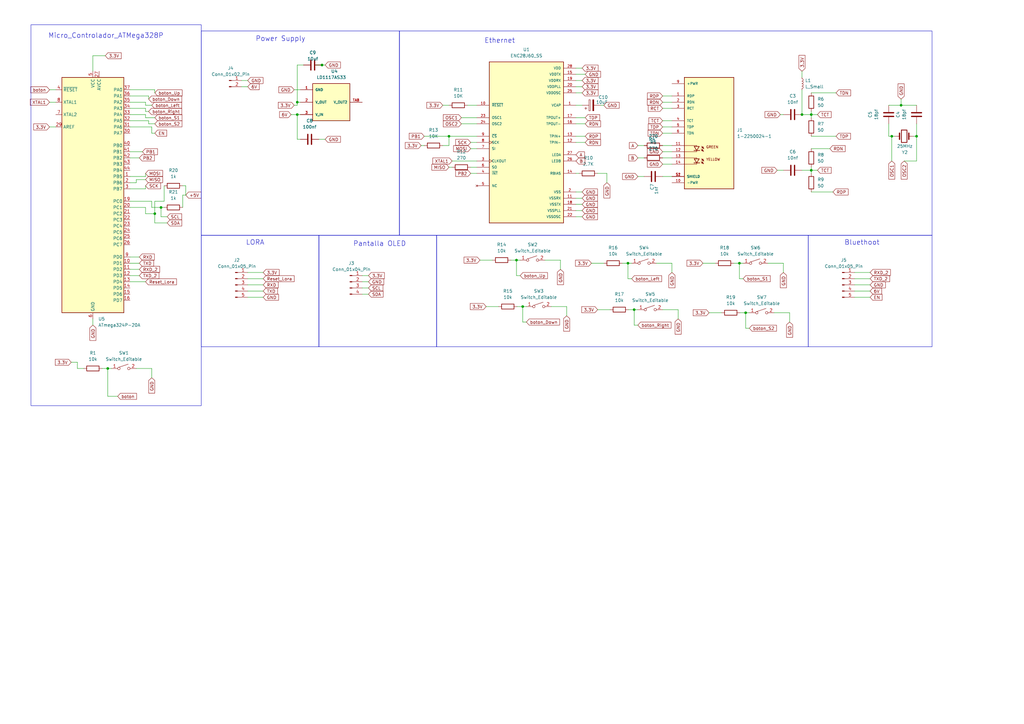
<source format=kicad_sch>
(kicad_sch (version 20231120) (generator "eeschema") (generator_version "8.0")
  (paper "A3")
  (lib_symbols
    (symbol "Connector:Conn_01x02_Pin" (pin_names (offset 1.016) hide)
      (property "Reference" "J" (at 0 2.54 0))
      (property "Value" "Conn_01x02_Pin" (at 0 -5.08 0))
      (symbol "Conn_01x02_Pin_1_1"
        (pin passive line (at 5.08 0 180) (length 3.81) (name "Pin_1") (number "1"))
        (pin passive line (at 5.08 -2.54 180) (length 3.81) (name "Pin_2") (number "2"))
      )
    )
    (symbol "Connector:Conn_01x04_Pin" (pin_names (offset 1.016) hide)
      (property "Reference" "J" (at 0 5.08 0))
      (property "Value" "Conn_01x04_Pin" (at 0 -7.62 0))
      (symbol "Conn_01x04_Pin_1_1"
        (pin passive line (at 5.08 2.54 180) (length 3.81) (name "Pin_1") (number "1"))
        (pin passive line (at 5.08 0 180) (length 3.81) (name "Pin_2") (number "2"))
        (pin passive line (at 5.08 -2.54 180) (length 3.81) (name "Pin_3") (number "3"))
        (pin passive line (at 5.08 -5.08 180) (length 3.81) (name "Pin_4") (number "4"))
      )
    )
    (symbol "Connector:Conn_01x05_Pin" (pin_names (offset 1.016) hide)
      (property "Reference" "J" (at 0 7.62 0))
      (property "Value" "Conn_01x05_Pin" (at 0 -7.62 0))
      (symbol "Conn_01x05_Pin_1_1"
        (pin passive line (at 5.08 5.08 180) (length 3.81) (name "Pin_1") (number "1"))
        (pin passive line (at 5.08 2.54 180) (length 3.81) (name "Pin_2") (number "2"))
        (pin passive line (at 5.08 0 180) (length 3.81) (name "Pin_3") (number "3"))
        (pin passive line (at 5.08 -2.54 180) (length 3.81) (name "Pin_4") (number "4"))
        (pin passive line (at 5.08 -5.08 180) (length 3.81) (name "Pin_5") (number "5"))
      )
    )
    (symbol "Custom_Library:1-2250024-1" (pin_names (offset 1.016))
      (property "Reference" "J" (at -10.16 24.13 0))
      (property "Value" "1-2250024-1" (at -10.16 -24.13 0))
      (symbol "1-2250024-1_0_0"
        (text "GREEN" (at -1.27 -5.08 0) (effects (font (size 1.016 1.016)) (justify left top)))
        (text "YELLOW" (at -1.27 -10.16 0) (effects (font (size 1.016 1.016)) (justify left top)))
        (pin passive line (at -15.24 15.24 0) (length 5.08) (name "RDP") (number "1"))
        (pin power_in line (at -15.24 -20.32 0) (length 5.08) (name "-PWR") (number "10"))
        (pin passive line (at -15.24 -5.08 0) (length 5.08) (name "~") (number "11"))
        (pin passive line (at -15.24 -7.62 0) (length 5.08) (name "~") (number "12"))
        (pin passive line (at -15.24 -10.16 0) (length 5.08) (name "~") (number "13"))
        (pin passive line (at -15.24 -12.7 0) (length 5.08) (name "~") (number "14"))
        (pin passive line (at -15.24 12.7 0) (length 5.08) (name "RDN") (number "2"))
        (pin passive line (at -15.24 10.16 0) (length 5.08) (name "RCT") (number "3"))
        (pin passive line (at -15.24 5.08 0) (length 5.08) (name "TCT") (number "4"))
        (pin passive line (at -15.24 2.54 0) (length 5.08) (name "TDP") (number "5"))
        (pin passive line (at -15.24 0 0) (length 5.08) (name "TDN") (number "6"))
        (pin power_in line (at -15.24 20.32 0) (length 5.08) (name "+PWR") (number "9"))
        (pin passive line (at -15.24 -17.78 0) (length 5.08) (name "SHIELD") (number "S1"))
        (pin passive line (at -15.24 -17.78 0) (length 5.08) (name "SHIELD") (number "S2"))
      )
    )
    (symbol "Custom_Library:ENC28J60_SS" (pin_names (offset 1.016))
      (property "Reference" "U" (at -15.24 33.528 0))
      (property "Value" "ENC28J60_SS" (at -15.24 -35.56 0))
      (symbol "ENC28J60_SS_0_0"
        (pin output line (at 20.32 15.24 180) (length 5.08) (name "VCAP") (number "1"))
        (pin input line (at -20.32 15.24 0) (length 5.08) (name "~{RESET}") (number "10"))
        (pin power_in line (at 20.32 -22.86 180) (length 5.08) (name "VSSRX") (number "11"))
        (pin input line (at 20.32 0 180) (length 5.08) (name "TPIN-") (number "12"))
        (pin input line (at 20.32 2.54 180) (length 5.08) (name "TPIN+") (number "13"))
        (pin passive line (at 20.32 -12.7 180) (length 5.08) (name "RBIAS") (number "14"))
        (pin power_in line (at 20.32 27.94 180) (length 5.08) (name "VDDTX") (number "15"))
        (pin output line (at 20.32 7.62 180) (length 5.08) (name "TPOUT-") (number "16"))
        (pin output line (at 20.32 10.16 180) (length 5.08) (name "TPOUT+") (number "17"))
        (pin power_in line (at 20.32 -25.4 180) (length 5.08) (name "VSSTX") (number "18"))
        (pin power_in line (at 20.32 25.4 180) (length 5.08) (name "VDDRX") (number "19"))
        (pin power_in line (at 20.32 -20.32 180) (length 5.08) (name "VSS") (number "2"))
        (pin power_in line (at 20.32 22.86 180) (length 5.08) (name "VDDPLL") (number "20"))
        (pin power_in line (at 20.32 -27.94 180) (length 5.08) (name "VSSPLL") (number "21"))
        (pin power_in line (at 20.32 -30.48 180) (length 5.08) (name "VSSOSC") (number "22"))
        (pin input line (at -20.32 10.16 0) (length 5.08) (name "OSC1") (number "23"))
        (pin output line (at -20.32 7.62 0) (length 5.08) (name "OSC2") (number "24"))
        (pin power_in line (at 20.32 20.32 180) (length 5.08) (name "VDDOSC") (number "25"))
        (pin output line (at 20.32 -7.62 180) (length 5.08) (name "LEDB") (number "26"))
        (pin output line (at 20.32 -5.08 180) (length 5.08) (name "LEDA") (number "27"))
        (pin power_in line (at 20.32 30.48 180) (length 5.08) (name "VDD") (number "28"))
        (pin output clock (at -20.32 -7.62 0) (length 5.08) (name "CLKOUT") (number "3"))
        (pin output line (at -20.32 -12.7 0) (length 5.08) (name "~{INT}") (number "4"))
        (pin no_connect line (at -20.32 -17.78 0) (length 5.08) (name "NC") (number "5"))
        (pin output line (at -20.32 -10.16 0) (length 5.08) (name "SO") (number "6"))
        (pin input line (at -20.32 -2.54 0) (length 5.08) (name "SI") (number "7"))
        (pin input clock (at -20.32 0 0) (length 5.08) (name "SCK") (number "8"))
        (pin input line (at -20.32 2.54 0) (length 5.08) (name "~{CS}") (number "9"))
      )
    )
    (symbol "Custom_Library:LD1117AS33" (pin_names (offset 1.016))
      (property "Reference" "U" (at -7.6333 10.1777 0))
      (property "Value" "LD1117AS33" (at -7.6298 -12.7163 0))
      (symbol "LD1117AS33_0_0"
        (pin bidirectional line (at -12.7 5.08 0) (length 5.08) (name "GND") (number "1"))
        (pin bidirectional line (at -12.7 0 0) (length 5.08) (name "V_OUT") (number "2"))
        (pin bidirectional line (at -12.7 -5.08 0) (length 5.08) (name "V_IN") (number "3"))
        (pin bidirectional line (at 12.7 0 180) (length 5.08) (name "V_OUT2") (number "TAB"))
      )
    )
    (symbol "Device:C" (pin_numbers hide) (pin_names (offset 0.254))
      (property "Reference" "C" (at 0.635 2.54 0))
      (property "Value" "C" (at 0.635 -2.54 0))
      (symbol "C_1_1"
        (pin passive line (at 0 3.81 270) (length 2.794) (name "~") (number "1"))
        (pin passive line (at 0 -3.81 90) (length 2.794) (name "~") (number "2"))
      )
    )
    (symbol "Device:C_Polarized" (pin_numbers hide) (pin_names (offset 0.254))
      (property "Reference" "C" (at 0.635 2.54 0))
      (property "Value" "C_Polarized" (at 0.635 -2.54 0))
      (symbol "C_Polarized_1_1"
        (pin passive line (at 0 3.81 270) (length 2.794) (name "~") (number "1"))
        (pin passive line (at 0 -3.81 90) (length 2.794) (name "~") (number "2"))
      )
    )
    (symbol "Device:Crystal" (pin_numbers hide) (pin_names (offset 1.016) hide)
      (property "Reference" "Y" (at 0 3.81 0))
      (property "Value" "Crystal" (at 0 -3.81 0))
      (symbol "Crystal_1_1"
        (pin passive line (at -3.81 0 0) (length 1.27) (name "1") (number "1"))
        (pin passive line (at 3.81 0 180) (length 1.27) (name "2") (number "2"))
      )
    )
    (symbol "Device:L_Small" (pin_numbers hide) (pin_names (offset 0.254) hide)
      (property "Reference" "L" (at 0.762 1.016 0))
      (property "Value" "L_Small" (at 0.762 -1.016 0))
      (symbol "L_Small_1_1"
        (pin passive line (at 0 2.54 270) (length 0.508) (name "~") (number "1"))
        (pin passive line (at 0 -2.54 90) (length 0.508) (name "~") (number "2"))
      )
    )
    (symbol "Device:R" (pin_numbers hide) (pin_names (offset 0))
      (property "Reference" "R" (at 2.032 0 90))
      (property "Value" "R" (at 0 0 90))
      (symbol "R_1_1"
        (pin passive line (at 0 3.81 270) (length 1.27) (name "~") (number "1"))
        (pin passive line (at 0 -3.81 90) (length 1.27) (name "~") (number "2"))
      )
    )
    (symbol "MCU_Microchip_ATmega:ATmega324P-20A"
      (property "Reference" "U" (at -12.7 49.53 0))
      (property "Value" "ATmega324P-20A" (at 2.54 -49.53 0))
      (symbol "ATmega324P-20A_1_1"
        (pin bidirectional line (at 15.24 7.62 180) (length 2.54) (name "PB5") (number "1"))
        (pin bidirectional line (at 15.24 -27.94 180) (length 2.54) (name "PD1") (number "10"))
        (pin bidirectional line (at 15.24 -30.48 180) (length 2.54) (name "PD2") (number "11"))
        (pin bidirectional line (at 15.24 -33.02 180) (length 2.54) (name "PD3") (number "12"))
        (pin bidirectional line (at 15.24 -35.56 180) (length 2.54) (name "PD4") (number "13"))
        (pin bidirectional line (at 15.24 -38.1 180) (length 2.54) (name "PD5") (number "14"))
        (pin bidirectional line (at 15.24 -40.64 180) (length 2.54) (name "PD6") (number "15"))
        (pin bidirectional line (at 15.24 -43.18 180) (length 2.54) (name "PD7") (number "16"))
        (pin passive line (at 0 50.8 270) (length 2.54) hide (name "VCC") (number "17"))
        (pin passive line (at 0 -50.8 90) (length 2.54) hide (name "GND") (number "18"))
        (pin bidirectional line (at 15.24 -2.54 180) (length 2.54) (name "PC0") (number "19"))
        (pin bidirectional line (at 15.24 5.08 180) (length 2.54) (name "PB6") (number "2"))
        (pin bidirectional line (at 15.24 -5.08 180) (length 2.54) (name "PC1") (number "20"))
        (pin bidirectional line (at 15.24 -7.62 180) (length 2.54) (name "PC2") (number "21"))
        (pin bidirectional line (at 15.24 -10.16 180) (length 2.54) (name "PC3") (number "22"))
        (pin bidirectional line (at 15.24 -12.7 180) (length 2.54) (name "PC4") (number "23"))
        (pin bidirectional line (at 15.24 -15.24 180) (length 2.54) (name "PC5") (number "24"))
        (pin bidirectional line (at 15.24 -17.78 180) (length 2.54) (name "PC6") (number "25"))
        (pin bidirectional line (at 15.24 -20.32 180) (length 2.54) (name "PC7") (number "26"))
        (pin power_in line (at 2.54 50.8 270) (length 2.54) (name "AVCC") (number "27"))
        (pin passive line (at 0 -50.8 90) (length 2.54) hide (name "GND") (number "28"))
        (pin passive line (at -15.24 27.94 0) (length 2.54) (name "AREF") (number "29"))
        (pin bidirectional line (at 15.24 2.54 180) (length 2.54) (name "PB7") (number "3"))
        (pin bidirectional line (at 15.24 25.4 180) (length 2.54) (name "PA7") (number "30"))
        (pin bidirectional line (at 15.24 27.94 180) (length 2.54) (name "PA6") (number "31"))
        (pin bidirectional line (at 15.24 30.48 180) (length 2.54) (name "PA5") (number "32"))
        (pin bidirectional line (at 15.24 33.02 180) (length 2.54) (name "PA4") (number "33"))
        (pin bidirectional line (at 15.24 35.56 180) (length 2.54) (name "PA3") (number "34"))
        (pin bidirectional line (at 15.24 38.1 180) (length 2.54) (name "PA2") (number "35"))
        (pin bidirectional line (at 15.24 40.64 180) (length 2.54) (name "PA1") (number "36"))
        (pin bidirectional line (at 15.24 43.18 180) (length 2.54) (name "PA0") (number "37"))
        (pin passive line (at 0 50.8 270) (length 2.54) hide (name "VCC") (number "38"))
        (pin passive line (at 0 -50.8 90) (length 2.54) hide (name "GND") (number "39"))
        (pin input line (at -15.24 43.18 0) (length 2.54) (name "~{RESET}") (number "4"))
        (pin bidirectional line (at 15.24 20.32 180) (length 2.54) (name "PB0") (number "40"))
        (pin bidirectional line (at 15.24 17.78 180) (length 2.54) (name "PB1") (number "41"))
        (pin bidirectional line (at 15.24 15.24 180) (length 2.54) (name "PB2") (number "42"))
        (pin bidirectional line (at 15.24 12.7 180) (length 2.54) (name "PB3") (number "43"))
        (pin bidirectional line (at 15.24 10.16 180) (length 2.54) (name "PB4") (number "44"))
        (pin power_in line (at 0 50.8 270) (length 2.54) (name "VCC") (number "5"))
        (pin power_in line (at 0 -50.8 90) (length 2.54) (name "GND") (number "6"))
        (pin output line (at -15.24 33.02 0) (length 2.54) (name "XTAL2") (number "7"))
        (pin input line (at -15.24 38.1 0) (length 2.54) (name "XTAL1") (number "8"))
        (pin bidirectional line (at 15.24 -25.4 180) (length 2.54) (name "PD0") (number "9"))
      )
    )
    (symbol "Switch_new:Switch_Editable"
      (property "Reference" "SW" (at -0.254 4.572 0))
      (property "Value" "Switch_Editable" (at 0.254 -2.54 0))
      (symbol "Switch_Editable_0_1"
        (pin passive line (at -5.08 0 0) (length 2.54) (name "") (number "1"))
        (pin passive line (at 5.08 0 180) (length 2.54) (name "") (number "2"))
      )
    )
  )
  (junction (at 332.74 69.85))
  (junction (at 303.276 107.95))
  (junction (at 121.92 41.91))
  (junction (at 365.76 55.88))
  (junction (at 332.74 46.99))
  (junction (at 184.15 55.88))
  (junction (at 305.816 128.27))
  (junction (at 328.93 46.99))
  (junction (at 375.92 55.88))
  (junction (at 44.196 151.13))
  (junction (at 63.5 87.63))
  (junction (at 257.556 107.95))
  (junction (at 121.92 46.99))
  (junction (at 214.376 125.73))
  (junction (at 66.04 85.09))
  (junction (at 369.57 43.18))
  (junction (at 260.096 127))
  (junction (at 132.08 26.67))
  (junction (at 211.836 106.68))
  (wire (pts (xy 53.34 107.95) (xy 57.15 107.95)))
  (wire (pts (xy 66.04 85.09) (xy 67.31 85.09)))
  (wire (pts (xy 44.196 151.13) (xy 45.72 151.13)))
  (wire (pts (xy 121.92 57.15) (xy 121.92 46.99)))
  (wire (pts (xy 59.69 77.47) (xy 59.69 76.2)))
  (wire (pts (xy 148.59 115.57) (xy 151.13 115.57)))
  (wire (pts (xy 236.22 71.12) (xy 237.49 71.12)))
  (wire (pts (xy 305.816 134.62) (xy 307.34 134.62)))
  (wire (pts (xy 53.34 39.37) (xy 60.96 39.37)))
  (wire (pts (xy 181.61 43.18) (xy 184.15 43.18)))
  (wire (pts (xy 271.78 52.07) (xy 275.59 52.07)))
  (wire (pts (xy 261.62 64.77) (xy 264.16 64.77)))
  (wire (pts (xy 321.31 107.95) (xy 321.31 111.76)))
  (wire (pts (xy 375.92 66.04) (xy 375.92 55.88)))
  (wire (pts (xy 53.34 62.23) (xy 58.42 62.23)))
  (wire (pts (xy 53.34 52.07) (xy 62.23 52.07)))
  (wire (pts (xy 214.376 125.73) (xy 214.376 132.08)))
  (wire (pts (xy 261.62 72.39) (xy 264.16 72.39)))
  (wire (pts (xy 242.57 107.95) (xy 247.65 107.95)))
  (wire (pts (xy 271.78 39.37) (xy 275.59 39.37)))
  (wire (pts (xy 332.74 38.1) (xy 342.9 38.1)))
  (wire (pts (xy 236.22 48.26) (xy 240.03 48.26)))
  (wire (pts (xy 236.22 33.02) (xy 238.76 33.02)))
  (wire (pts (xy 184.15 55.88) (xy 195.58 55.88)))
  (wire (pts (xy 271.78 72.39) (xy 275.59 72.39)))
  (wire (pts (xy 229.87 106.68) (xy 229.87 110.49)))
  (wire (pts (xy 121.92 41.91) (xy 123.19 41.91)))
  (wire (pts (xy 124.46 26.67) (xy 121.92 26.67)))
  (wire (pts (xy 374.65 55.88) (xy 375.92 55.88)))
  (wire (pts (xy 59.69 72.39) (xy 59.69 71.12)))
  (wire (pts (xy 59.69 45.72) (xy 60.96 45.72)))
  (wire (pts (xy 246.38 43.18) (xy 247.65 43.18)))
  (wire (pts (xy 232.41 125.73) (xy 232.41 129.54)))
  (wire (pts (xy 63.5 82.55) (xy 67.31 82.55)))
  (wire (pts (xy 271.78 49.53) (xy 275.59 49.53)))
  (wire (pts (xy 53.34 72.39) (xy 59.69 72.39)))
  (wire (pts (xy 172.72 59.69) (xy 173.99 59.69)))
  (wire (pts (xy 120.65 36.83) (xy 123.19 36.83)))
  (wire (pts (xy 223.52 106.68) (xy 229.87 106.68)))
  (wire (pts (xy 181.61 59.69) (xy 184.15 59.69)))
  (wire (pts (xy 62.23 151.13) (xy 62.23 154.94)))
  (wire (pts (xy 63.5 36.83) (xy 63.5 38.1)))
  (wire (pts (xy 101.6 111.76) (xy 107.95 111.76)))
  (wire (pts (xy 62.23 52.07) (xy 62.23 54.61)))
  (wire (pts (xy 236.22 27.94) (xy 238.76 27.94)))
  (wire (pts (xy 53.34 82.55) (xy 62.23 82.55)))
  (wire (pts (xy 67.31 82.55) (xy 67.31 76.2)))
  (wire (pts (xy 288.29 107.95) (xy 293.37 107.95)))
  (wire (pts (xy 38.1 22.86) (xy 38.1 29.21)))
  (wire (pts (xy 290.83 128.27) (xy 295.91 128.27)))
  (wire (pts (xy 211.836 113.03) (xy 213.36 113.03)))
  (wire (pts (xy 184.15 68.58) (xy 185.42 68.58)))
  (wire (pts (xy 62.23 82.55) (xy 62.23 85.09)))
  (wire (pts (xy 55.88 74.93) (xy 55.88 73.66)))
  (wire (pts (xy 236.22 50.8) (xy 240.03 50.8)))
  (wire (pts (xy 236.22 81.28) (xy 238.76 81.28)))
  (wire (pts (xy 59.69 41.91) (xy 59.69 43.18)))
  (wire (pts (xy 271.78 44.45) (xy 275.59 44.45)))
  (wire (pts (xy 59.69 46.99) (xy 59.69 48.26)))
  (wire (pts (xy 236.22 30.48) (xy 240.03 30.48)))
  (wire (pts (xy 350.52 111.76) (xy 356.87 111.76)))
  (wire (pts (xy 369.57 43.18) (xy 369.57 40.64)))
  (wire (pts (xy 53.34 36.83) (xy 63.5 36.83)))
  (wire (pts (xy 184.15 59.69) (xy 184.15 55.88)))
  (wire (pts (xy 53.34 49.53) (xy 60.96 49.53)))
  (wire (pts (xy 332.74 45.72) (xy 332.74 46.99)))
  (wire (pts (xy 53.34 64.77) (xy 57.15 64.77)))
  (wire (pts (xy 314.96 107.95) (xy 321.31 107.95)))
  (wire (pts (xy 271.78 59.69) (xy 275.59 59.69)))
  (wire (pts (xy 20.32 36.83) (xy 22.86 36.83)))
  (wire (pts (xy 211.836 106.68) (xy 213.36 106.68)))
  (wire (pts (xy 332.74 60.96) (xy 340.36 60.96)))
  (wire (pts (xy 193.04 58.42) (xy 195.58 58.42)))
  (wire (pts (xy 31.75 151.13) (xy 34.29 151.13)))
  (wire (pts (xy 236.22 78.74) (xy 238.76 78.74)))
  (wire (pts (xy 364.49 50.8) (xy 364.49 55.88)))
  (wire (pts (xy 248.92 71.12) (xy 248.92 74.93)))
  (wire (pts (xy 350.52 119.38) (xy 356.87 119.38)))
  (wire (pts (xy 38.1 130.81) (xy 38.1 133.35)))
  (wire (pts (xy 148.59 120.65) (xy 151.13 120.65)))
  (wire (pts (xy 214.376 132.08) (xy 215.9 132.08)))
  (wire (pts (xy 189.23 50.8) (xy 195.58 50.8)))
  (wire (pts (xy 303.276 107.95) (xy 303.276 114.3)))
  (wire (pts (xy 120.65 43.18) (xy 121.92 43.18)))
  (wire (pts (xy 236.22 43.18) (xy 238.76 43.18)))
  (wire (pts (xy 60.96 50.8) (xy 63.5 50.8)))
  (wire (pts (xy 59.69 43.18) (xy 62.23 43.18)))
  (wire (pts (xy 269.24 107.95) (xy 275.59 107.95)))
  (wire (pts (xy 41.91 151.13) (xy 44.196 151.13)))
  (wire (pts (xy 101.6 119.38) (xy 107.95 119.38)))
  (wire (pts (xy 370.84 66.04) (xy 375.92 66.04)))
  (wire (pts (xy 123.19 57.15) (xy 121.92 57.15)))
  (wire (pts (xy 74.93 85.09) (xy 74.93 80.01)))
  (wire (pts (xy 53.34 77.47) (xy 59.69 77.47)))
  (wire (pts (xy 271.78 64.77) (xy 275.59 64.77)))
  (wire (pts (xy 66.04 85.09) (xy 66.04 88.9)))
  (wire (pts (xy 236.22 38.1) (xy 238.76 38.1)))
  (wire (pts (xy 365.76 66.04) (xy 365.76 55.88)))
  (wire (pts (xy 53.34 115.57) (xy 59.69 115.57)))
  (wire (pts (xy 260.096 127) (xy 260.096 133.35)))
  (wire (pts (xy 44.196 151.13) (xy 44.196 162.56)))
  (wire (pts (xy 236.22 35.56) (xy 238.76 35.56)))
  (wire (pts (xy 53.34 44.45) (xy 59.69 44.45)))
  (wire (pts (xy 236.22 55.88) (xy 240.03 55.88)))
  (wire (pts (xy 214.376 125.73) (xy 215.9 125.73)))
  (wire (pts (xy 53.34 110.49) (xy 57.15 110.49)))
  (wire (pts (xy 63.5 87.63) (xy 63.5 82.55)))
  (wire (pts (xy 236.22 88.9) (xy 238.76 88.9)))
  (wire (pts (xy 350.52 116.84) (xy 356.87 116.84)))
  (wire (pts (xy 209.55 106.68) (xy 211.836 106.68)))
  (wire (pts (xy 350.52 121.92) (xy 356.87 121.92)))
  (wire (pts (xy 332.74 46.99) (xy 332.74 48.26)))
  (wire (pts (xy 236.22 83.82) (xy 238.76 83.82)))
  (wire (pts (xy 257.556 107.95) (xy 257.556 114.3)))
  (wire (pts (xy 44.196 162.56) (xy 48.26 162.56)))
  (wire (pts (xy 318.77 69.85) (xy 321.31 69.85)))
  (wire (pts (xy 375.92 55.88) (xy 375.92 50.8)))
  (wire (pts (xy 332.74 69.85) (xy 332.74 71.12)))
  (wire (pts (xy 53.34 85.09) (xy 59.69 85.09)))
  (wire (pts (xy 236.22 58.42) (xy 240.03 58.42)))
  (wire (pts (xy 101.6 114.3) (xy 107.95 114.3)))
  (wire (pts (xy 271.78 41.91) (xy 275.59 41.91)))
  (wire (pts (xy 257.556 107.95) (xy 259.08 107.95)))
  (wire (pts (xy 53.34 105.41) (xy 57.15 105.41)))
  (wire (pts (xy 43.18 22.86) (xy 38.1 22.86)))
  (wire (pts (xy 332.74 69.85) (xy 335.28 69.85)))
  (wire (pts (xy 148.59 118.11) (xy 151.13 118.11)))
  (wire (pts (xy 59.69 87.63) (xy 63.5 87.63)))
  (wire (pts (xy 257.81 127) (xy 260.096 127)))
  (wire (pts (xy 31.75 151.13) (xy 31.75 148.59)))
  (wire (pts (xy 261.62 59.69) (xy 264.16 59.69)))
  (wire (pts (xy 275.59 107.95) (xy 275.59 111.76)))
  (wire (pts (xy 305.816 128.27) (xy 307.34 128.27)))
  (wire (pts (xy 369.57 43.18) (xy 364.49 43.18)))
  (wire (pts (xy 350.52 114.3) (xy 356.87 114.3)))
  (wire (pts (xy 193.04 68.58) (xy 195.58 68.58)))
  (wire (pts (xy 332.74 55.88) (xy 342.9 55.88)))
  (wire (pts (xy 121.92 46.99) (xy 123.19 46.99)))
  (wire (pts (xy 305.816 128.27) (xy 305.816 134.62)))
  (wire (pts (xy 328.93 29.21) (xy 328.93 31.75)))
  (wire (pts (xy 60.96 49.53) (xy 60.96 50.8)))
  (wire (pts (xy 20.32 52.07) (xy 22.86 52.07)))
  (wire (pts (xy 121.92 26.67) (xy 121.92 41.91)))
  (wire (pts (xy 271.78 127) (xy 278.13 127)))
  (wire (pts (xy 119.38 46.99) (xy 121.92 46.99)))
  (wire (pts (xy 328.93 46.99) (xy 332.74 46.99)))
  (wire (pts (xy 236.22 86.36) (xy 238.76 86.36)))
  (wire (pts (xy 60.96 39.37) (xy 60.96 40.64)))
  (wire (pts (xy 320.04 46.99) (xy 321.31 46.99)))
  (wire (pts (xy 29.21 148.59) (xy 31.75 148.59)))
  (wire (pts (xy 53.34 46.99) (xy 59.69 46.99)))
  (wire (pts (xy 59.69 73.66) (xy 55.88 73.66)))
  (wire (pts (xy 53.34 74.93) (xy 55.88 74.93)))
  (wire (pts (xy 173.99 55.88) (xy 184.15 55.88)))
  (wire (pts (xy 191.77 43.18) (xy 195.58 43.18)))
  (wire (pts (xy 63.5 91.44) (xy 63.5 87.63)))
  (wire (pts (xy 245.11 71.12) (xy 248.92 71.12)))
  (wire (pts (xy 323.85 128.27) (xy 323.85 132.08)))
  (wire (pts (xy 375.92 43.18) (xy 369.57 43.18)))
  (wire (pts (xy 189.23 48.26) (xy 195.58 48.26)))
  (wire (pts (xy 332.74 68.58) (xy 332.74 69.85)))
  (wire (pts (xy 74.93 80.01) (xy 76.2 80.01)))
  (wire (pts (xy 99.06 35.56) (xy 101.6 35.56)))
  (wire (pts (xy 328.93 36.83) (xy 328.93 46.99)))
  (wire (pts (xy 199.39 125.73) (xy 204.47 125.73)))
  (wire (pts (xy 260.096 127) (xy 261.62 127)))
  (wire (pts (xy 130.81 57.15) (xy 133.35 57.15)))
  (wire (pts (xy 271.78 62.23) (xy 275.59 62.23)))
  (wire (pts (xy 193.04 60.96) (xy 195.58 60.96)))
  (wire (pts (xy 20.32 41.91) (xy 22.86 41.91)))
  (wire (pts (xy 332.74 78.74) (xy 341.63 78.74)))
  (wire (pts (xy 255.27 107.95) (xy 257.556 107.95)))
  (wire (pts (xy 260.096 133.35) (xy 261.62 133.35)))
  (wire (pts (xy 68.58 88.9) (xy 66.04 88.9)))
  (wire (pts (xy 148.59 113.03) (xy 151.13 113.03)))
  (wire (pts (xy 101.6 121.92) (xy 107.95 121.92)))
  (wire (pts (xy 303.276 114.3) (xy 304.8 114.3)))
  (wire (pts (xy 365.76 55.88) (xy 367.03 55.88)))
  (wire (pts (xy 59.69 44.45) (xy 59.69 45.72)))
  (wire (pts (xy 300.99 107.95) (xy 303.276 107.95)))
  (wire (pts (xy 185.42 66.04) (xy 195.58 66.04)))
  (wire (pts (xy 193.04 71.12) (xy 195.58 71.12)))
  (wire (pts (xy 212.09 125.73) (xy 214.376 125.73)))
  (wire (pts (xy 59.69 48.26) (xy 63.5 48.26)))
  (wire (pts (xy 332.74 46.99) (xy 335.28 46.99)))
  (wire (pts (xy 74.93 76.2) (xy 76.2 76.2)))
  (wire (pts (xy 328.93 69.85) (xy 332.74 69.85)))
  (wire (pts (xy 364.49 55.88) (xy 365.76 55.88)))
  (wire (pts (xy 303.53 128.27) (xy 305.816 128.27)))
  (wire (pts (xy 59.69 85.09) (xy 59.69 87.63)))
  (wire (pts (xy 68.58 91.44) (xy 63.5 91.44)))
  (wire (pts (xy 53.34 41.91) (xy 59.69 41.91)))
  (wire (pts (xy 196.85 106.68) (xy 201.93 106.68)))
  (wire (pts (xy 55.88 151.13) (xy 62.23 151.13)))
  (wire (pts (xy 62.23 54.61) (xy 63.5 54.61)))
  (wire (pts (xy 101.6 116.84) (xy 107.95 116.84)))
  (wire (pts (xy 76.2 76.2) (xy 76.2 80.01)))
  (wire (pts (xy 129.54 26.67) (xy 132.08 26.67)))
  (wire (pts (xy 271.78 54.61) (xy 275.59 54.61)))
  (wire (pts (xy 226.06 125.73) (xy 232.41 125.73)))
  (wire (pts (xy 317.5 128.27) (xy 323.85 128.27)))
  (wire (pts (xy 245.11 127) (xy 250.19 127)))
  (wire (pts (xy 62.23 85.09) (xy 66.04 85.09)))
  (wire (pts (xy 53.34 113.03) (xy 57.15 113.03)))
  (wire (pts (xy 99.06 33.02) (xy 101.6 33.02)))
  (wire (pts (xy 132.08 26.67) (xy 133.35 26.67)))
  (wire (pts (xy 121.92 43.18) (xy 121.92 41.91)))
  (wire (pts (xy 257.556 114.3) (xy 259.08 114.3)))
  (wire (pts (xy 211.836 106.68) (xy 211.836 113.03)))
  (wire (pts (xy 271.78 67.31) (xy 275.59 67.31)))
  (wire (pts (xy 303.276 107.95) (xy 304.8 107.95)))
  (wire (pts (xy 278.13 127) (xy 278.13 130.81)))
  (rectangle (start 331.47 96.52) (end 382.27 142.24))
  (rectangle (start 163.83 12.7) (end 382.27 96.52))
  (rectangle (start 82.55 12.7) (end 163.83 96.52))
  (rectangle (start 12.7 10.16) (end 82.55 166.37))
  (rectangle (start 82.55 96.52) (end 130.81 142.24))
  (rectangle (start 179.07 96.52) (end 331.47 142.24))
  (rectangle (start 130.81 96.52) (end 179.07 142.24))
  (text "Power Supply" (at 115.062 16.002 0) (effects (font (size 2 2))))
  (text "Micro_Controlador_ATMega328P\n" (at 43.434 14.732 0) (effects (font (size 2 2))))
  (text "Bluethoot\n" (at 353.568 99.568 0) (effects (font (size 2 2))))
  (text "LORA\n" (at 104.648 99.568 0) (effects (font (size 2 2))))
  (text "Ethernet" (at 204.978 16.764 0) (effects (font (size 2 2))))
  (text "Pantalla OLED\n" (at 155.702 100.076 0) (effects (font (size 2 2))))
  (global_label "SDA" (shape input) (at 68.58 91.44 0) (property "Intersheetrefs" "${INTERSHEET_REFS}" (effects (hide yes))))
  (global_label "3.3V" (shape input) (at 172.72 59.69 180) (property "Intersheetrefs" "${INTERSHEET_REFS}" (effects (hide yes))))
  (global_label "GND" (shape input) (at 247.65 43.18 0) (property "Intersheetrefs" "${INTERSHEET_REFS}" (effects (hide yes))))
  (global_label "boton_Up" (shape input) (at 213.36 113.03 0) (property "Intersheetrefs" "${INTERSHEET_REFS}" (effects (hide yes))))
  (global_label "GND" (shape input) (at 107.95 121.92 0) (property "Intersheetrefs" "${INTERSHEET_REFS}" (effects (hide yes))))
  (global_label "TCT" (shape input) (at 335.28 69.85 0) (property "Intersheetrefs" "${INTERSHEET_REFS}" (effects (hide yes))))
  (global_label "GND" (shape input) (at 261.62 72.39 180) (property "Intersheetrefs" "${INTERSHEET_REFS}" (effects (hide yes))))
  (global_label "TDN" (shape input) (at 271.78 54.61 180) (property "Intersheetrefs" "${INTERSHEET_REFS}" (effects (hide yes))))
  (global_label "GND" (shape input) (at 101.6 33.02 0) (property "Intersheetrefs" "${INTERSHEET_REFS}" (effects (hide yes))))
  (global_label "GND" (shape input) (at 120.65 36.83 180) (property "Intersheetrefs" "${INTERSHEET_REFS}" (effects (hide yes))))
  (global_label "RDN" (shape input) (at 240.03 58.42 0) (property "Intersheetrefs" "${INTERSHEET_REFS}" (effects (hide yes))))
  (global_label "GND" (shape input) (at 133.35 26.67 0) (property "Intersheetrefs" "${INTERSHEET_REFS}" (effects (hide yes))))
  (global_label "B" (shape input) (at 236.22 66.04 0) (property "Intersheetrefs" "${INTERSHEET_REFS}" (effects (hide yes))))
  (global_label "EN" (shape input) (at 63.5 54.61 0) (property "Intersheetrefs" "${INTERSHEET_REFS}" (effects (hide yes))))
  (global_label "PB2" (shape input) (at 193.04 71.12 180) (property "Intersheetrefs" "${INTERSHEET_REFS}" (effects (hide yes))))
  (global_label "GND" (shape input) (at 356.87 116.84 0) (property "Intersheetrefs" "${INTERSHEET_REFS}" (effects (hide yes))))
  (global_label "PB1" (shape input) (at 58.42 62.23 0) (property "Intersheetrefs" "${INTERSHEET_REFS}" (effects (hide yes))))
  (global_label "GND" (shape input) (at 271.78 62.23 180) (property "Intersheetrefs" "${INTERSHEET_REFS}" (effects (hide yes))))
  (global_label "3.3V" (shape input) (at 238.76 33.02 0) (property "Intersheetrefs" "${INTERSHEET_REFS}" (effects (hide yes))))
  (global_label "boton_Left" (shape input) (at 62.23 43.18 0) (property "Intersheetrefs" "${INTERSHEET_REFS}" (effects (hide yes))))
  (global_label "+5V" (shape input) (at 76.2 80.01 0) (property "Intersheetrefs" "${INTERSHEET_REFS}" (effects (hide yes))))
  (global_label "GND" (shape input) (at 369.57 40.64 90) (property "Intersheetrefs" "${INTERSHEET_REFS}" (effects (hide yes))))
  (global_label "3.3V" (shape input) (at 290.83 128.27 180) (property "Intersheetrefs" "${INTERSHEET_REFS}" (effects (hide yes))))
  (global_label "boton_S2" (shape input) (at 307.34 134.62 0) (property "Intersheetrefs" "${INTERSHEET_REFS}" (effects (hide yes))))
  (global_label "3.3V" (shape input) (at 238.76 27.94 0) (property "Intersheetrefs" "${INTERSHEET_REFS}" (effects (hide yes))))
  (global_label "boton" (shape input) (at 20.32 36.83 180) (property "Intersheetrefs" "${INTERSHEET_REFS}" (effects (hide yes))))
  (global_label "3.3V" (shape input) (at 288.29 107.95 180) (property "Intersheetrefs" "${INTERSHEET_REFS}" (effects (hide yes))))
  (global_label "RXD" (shape input) (at 107.95 116.84 0) (property "Intersheetrefs" "${INTERSHEET_REFS}" (effects (hide yes))))
  (global_label "TCT" (shape input) (at 271.78 49.53 180) (property "Intersheetrefs" "${INTERSHEET_REFS}" (effects (hide yes))))
  (global_label "OSC2" (shape input) (at 370.84 66.04 270) (property "Intersheetrefs" "${INTERSHEET_REFS}" (effects (hide yes))))
  (global_label "GND" (shape input) (at 38.1 133.35 270) (property "Intersheetrefs" "${INTERSHEET_REFS}" (effects (hide yes))))
  (global_label "boton_Down" (shape input) (at 60.96 40.64 0) (property "Intersheetrefs" "${INTERSHEET_REFS}" (effects (hide yes))))
  (global_label "TXD" (shape input) (at 57.15 107.95 0) (property "Intersheetrefs" "${INTERSHEET_REFS}" (effects (hide yes))))
  (global_label "GND" (shape input) (at 151.13 115.57 0) (property "Intersheetrefs" "${INTERSHEET_REFS}" (effects (hide yes))))
  (global_label "3.3V" (shape input) (at 20.32 52.07 180) (property "Intersheetrefs" "${INTERSHEET_REFS}" (effects (hide yes))))
  (global_label "boton_S1" (shape input) (at 304.8 114.3 0) (property "Intersheetrefs" "${INTERSHEET_REFS}" (effects (hide yes))))
  (global_label "OSC2" (shape input) (at 189.23 50.8 180) (property "Intersheetrefs" "${INTERSHEET_REFS}" (effects (hide yes))))
  (global_label "B" (shape input) (at 261.62 64.77 180) (property "Intersheetrefs" "${INTERSHEET_REFS}" (effects (hide yes))))
  (global_label "SCL" (shape input) (at 68.58 88.9 0) (property "Intersheetrefs" "${INTERSHEET_REFS}" (effects (hide yes))))
  (global_label "boton" (shape input) (at 48.26 162.56 0) (property "Intersheetrefs" "${INTERSHEET_REFS}" (effects (hide yes))))
  (global_label "TXD_2" (shape input) (at 57.15 113.03 0) (property "Intersheetrefs" "${INTERSHEET_REFS}" (effects (hide yes))))
  (global_label "A" (shape input) (at 236.22 63.5 0) (property "Intersheetrefs" "${INTERSHEET_REFS}" (effects (hide yes))))
  (global_label "GND" (shape input) (at 240.03 30.48 0) (property "Intersheetrefs" "${INTERSHEET_REFS}" (effects (hide yes))))
  (global_label "boton_S2" (shape input) (at 63.5 50.8 0) (property "Intersheetrefs" "${INTERSHEET_REFS}" (effects (hide yes))))
  (global_label "boton_Up" (shape input) (at 63.5 38.1 0) (property "Intersheetrefs" "${INTERSHEET_REFS}" (effects (hide yes))))
  (global_label "3.3V" (shape input) (at 29.21 148.59 180) (property "Intersheetrefs" "${INTERSHEET_REFS}" (effects (hide yes))))
  (global_label "XTAL1" (shape input) (at 20.32 41.91 180) (property "Intersheetrefs" "${INTERSHEET_REFS}" (effects (hide yes))))
  (global_label "RDN" (shape input) (at 271.78 41.91 180) (property "Intersheetrefs" "${INTERSHEET_REFS}" (effects (hide yes))))
  (global_label "6V" (shape input) (at 356.87 119.38 0) (property "Intersheetrefs" "${INTERSHEET_REFS}" (effects (hide yes))))
  (global_label "SCL" (shape input) (at 151.13 118.11 0) (property "Intersheetrefs" "${INTERSHEET_REFS}" (effects (hide yes))))
  (global_label "GND" (shape input) (at 232.41 129.54 270) (property "Intersheetrefs" "${INTERSHEET_REFS}" (effects (hide yes))))
  (global_label "GND" (shape input) (at 278.13 130.81 270) (property "Intersheetrefs" "${INTERSHEET_REFS}" (effects (hide yes))))
  (global_label "GND" (shape input) (at 318.77 69.85 180) (property "Intersheetrefs" "${INTERSHEET_REFS}" (effects (hide yes))))
  (global_label "TDP" (shape input) (at 271.78 52.07 180) (property "Intersheetrefs" "${INTERSHEET_REFS}" (effects (hide yes))))
  (global_label "3.3V" (shape input) (at 107.95 111.76 0) (property "Intersheetrefs" "${INTERSHEET_REFS}" (effects (hide yes))))
  (global_label "GND" (shape input) (at 320.04 46.99 180) (property "Intersheetrefs" "${INTERSHEET_REFS}" (effects (hide yes))))
  (global_label "RXD_2" (shape input) (at 356.87 111.76 0) (property "Intersheetrefs" "${INTERSHEET_REFS}" (effects (hide yes))))
  (global_label "MOSI" (shape input) (at 193.04 60.96 180) (property "Intersheetrefs" "${INTERSHEET_REFS}" (effects (hide yes))))
  (global_label "3.3V" (shape input) (at 328.93 29.21 90) (property "Intersheetrefs" "${INTERSHEET_REFS}" (effects (hide yes))))
  (global_label "RXD_2" (shape input) (at 57.15 110.49 0) (property "Intersheetrefs" "${INTERSHEET_REFS}" (effects (hide yes))))
  (global_label "GND" (shape input) (at 248.92 74.93 270) (property "Intersheetrefs" "${INTERSHEET_REFS}" (effects (hide yes))))
  (global_label "PB1" (shape input) (at 173.99 55.88 180) (property "Intersheetrefs" "${INTERSHEET_REFS}" (effects (hide yes))))
  (global_label "XTAL1" (shape input) (at 185.42 66.04 180) (property "Intersheetrefs" "${INTERSHEET_REFS}" (effects (hide yes))))
  (global_label "3.3V" (shape input) (at 238.76 35.56 0) (property "Intersheetrefs" "${INTERSHEET_REFS}" (effects (hide yes))))
  (global_label "RCT" (shape input) (at 271.78 44.45 180) (property "Intersheetrefs" "${INTERSHEET_REFS}" (effects (hide yes))))
  (global_label "GND" (shape input) (at 271.78 67.31 180) (property "Intersheetrefs" "${INTERSHEET_REFS}" (effects (hide yes))))
  (global_label "3.3V" (shape input) (at 181.61 43.18 180) (property "Intersheetrefs" "${INTERSHEET_REFS}" (effects (hide yes))))
  (global_label "boton_Right" (shape input) (at 261.62 133.35 0) (property "Intersheetrefs" "${INTERSHEET_REFS}" (effects (hide yes))))
  (global_label "RDN" (shape input) (at 340.36 60.96 0) (property "Intersheetrefs" "${INTERSHEET_REFS}" (effects (hide yes))))
  (global_label "3.3V" (shape input) (at 245.11 127 180) (property "Intersheetrefs" "${INTERSHEET_REFS}" (effects (hide yes))))
  (global_label "boton_Right" (shape input) (at 60.96 45.72 0) (property "Intersheetrefs" "${INTERSHEET_REFS}" (effects (hide yes))))
  (global_label "OSC1" (shape input) (at 189.23 48.26 180) (property "Intersheetrefs" "${INTERSHEET_REFS}" (effects (hide yes))))
  (global_label "GND" (shape input) (at 133.35 57.15 0) (property "Intersheetrefs" "${INTERSHEET_REFS}" (effects (hide yes))))
  (global_label "3.3V" (shape input) (at 196.85 106.68 180) (property "Intersheetrefs" "${INTERSHEET_REFS}" (effects (hide yes))))
  (global_label "6V" (shape input) (at 119.38 46.99 180) (property "Intersheetrefs" "${INTERSHEET_REFS}" (effects (hide yes))))
  (global_label "TXD" (shape input) (at 107.95 119.38 0) (property "Intersheetrefs" "${INTERSHEET_REFS}" (effects (hide yes))))
  (global_label "3.3V" (shape input) (at 199.39 125.73 180) (property "Intersheetrefs" "${INTERSHEET_REFS}" (effects (hide yes))))
  (global_label "3.3V" (shape input) (at 43.18 22.86 0) (property "Intersheetrefs" "${INTERSHEET_REFS}" (effects (hide yes))))
  (global_label "boton_Down" (shape input) (at 215.9 132.08 0) (property "Intersheetrefs" "${INTERSHEET_REFS}" (effects (hide yes))))
  (global_label "OSC1" (shape input) (at 365.76 66.04 270) (property "Intersheetrefs" "${INTERSHEET_REFS}" (effects (hide yes))))
  (global_label "Reset_Lora" (shape input) (at 107.95 114.3 0) (property "Intersheetrefs" "${INTERSHEET_REFS}" (effects (hide yes))))
  (global_label "TDN" (shape input) (at 342.9 38.1 0) (property "Intersheetrefs" "${INTERSHEET_REFS}" (effects (hide yes))))
  (global_label "3.3V" (shape input) (at 151.13 113.03 0) (property "Intersheetrefs" "${INTERSHEET_REFS}" (effects (hide yes))))
  (global_label "MOSI" (shape input) (at 59.69 71.12 0) (property "Intersheetrefs" "${INTERSHEET_REFS}" (effects (hide yes))))
  (global_label "TDP" (shape input) (at 342.9 55.88 0) (property "Intersheetrefs" "${INTERSHEET_REFS}" (effects (hide yes))))
  (global_label "GND" (shape input) (at 238.76 78.74 0) (property "Intersheetrefs" "${INTERSHEET_REFS}" (effects (hide yes))))
  (global_label "A" (shape input) (at 261.62 59.69 180) (property "Intersheetrefs" "${INTERSHEET_REFS}" (effects (hide yes))))
  (global_label "SDA" (shape input) (at 151.13 120.65 0) (property "Intersheetrefs" "${INTERSHEET_REFS}" (effects (hide yes))))
  (global_label "GND" (shape input) (at 238.76 88.9 0) (property "Intersheetrefs" "${INTERSHEET_REFS}" (effects (hide yes))))
  (global_label "TDP" (shape input) (at 240.03 48.26 0) (property "Intersheetrefs" "${INTERSHEET_REFS}" (effects (hide yes))))
  (global_label "EN" (shape input) (at 356.87 121.92 0) (property "Intersheetrefs" "${INTERSHEET_REFS}" (effects (hide yes))))
  (global_label "SCK" (shape input) (at 193.04 58.42 180) (property "Intersheetrefs" "${INTERSHEET_REFS}" (effects (hide yes))))
  (global_label "RDP" (shape input) (at 341.63 78.74 0) (property "Intersheetrefs" "${INTERSHEET_REFS}" (effects (hide yes))))
  (global_label "3.3V" (shape input) (at 120.65 43.18 180) (property "Intersheetrefs" "${INTERSHEET_REFS}" (effects (hide yes))))
  (global_label "GND" (shape input) (at 238.76 86.36 0) (property "Intersheetrefs" "${INTERSHEET_REFS}" (effects (hide yes))))
  (global_label "RDP" (shape input) (at 271.78 39.37 180) (property "Intersheetrefs" "${INTERSHEET_REFS}" (effects (hide yes))))
  (global_label "TXD_2" (shape input) (at 356.87 114.3 0) (property "Intersheetrefs" "${INTERSHEET_REFS}" (effects (hide yes))))
  (global_label "6V" (shape input) (at 101.6 35.56 0) (property "Intersheetrefs" "${INTERSHEET_REFS}" (effects (hide yes))))
  (global_label "PB2" (shape input) (at 57.15 64.77 0) (property "Intersheetrefs" "${INTERSHEET_REFS}" (effects (hide yes))))
  (global_label "GND" (shape input) (at 229.87 110.49 270) (property "Intersheetrefs" "${INTERSHEET_REFS}" (effects (hide yes))))
  (global_label "GND" (shape input) (at 275.59 111.76 270) (property "Intersheetrefs" "${INTERSHEET_REFS}" (effects (hide yes))))
  (global_label "boton_Left" (shape input) (at 259.08 114.3 0) (property "Intersheetrefs" "${INTERSHEET_REFS}" (effects (hide yes))))
  (global_label "boton_S1" (shape input) (at 63.5 48.26 0) (property "Intersheetrefs" "${INTERSHEET_REFS}" (effects (hide yes))))
  (global_label "GND" (shape input) (at 321.31 111.76 270) (property "Intersheetrefs" "${INTERSHEET_REFS}" (effects (hide yes))))
  (global_label "GND" (shape input) (at 238.76 81.28 0) (property "Intersheetrefs" "${INTERSHEET_REFS}" (effects (hide yes))))
  (global_label "RDN" (shape input) (at 240.03 50.8 0) (property "Intersheetrefs" "${INTERSHEET_REFS}" (effects (hide yes))))
  (global_label "SCK" (shape input) (at 59.69 76.2 0) (property "Intersheetrefs" "${INTERSHEET_REFS}" (effects (hide yes))))
  (global_label "MISO" (shape input) (at 59.69 73.66 0) (property "Intersheetrefs" "${INTERSHEET_REFS}" (effects (hide yes))))
  (global_label "GND" (shape input) (at 323.85 132.08 270) (property "Intersheetrefs" "${INTERSHEET_REFS}" (effects (hide yes))))
  (global_label "GND" (shape input) (at 62.23 154.94 270) (property "Intersheetrefs" "${INTERSHEET_REFS}" (effects (hide yes))))
  (global_label "3.3V" (shape input) (at 242.57 107.95 180) (property "Intersheetrefs" "${INTERSHEET_REFS}" (effects (hide yes))))
  (global_label "RXD" (shape input) (at 57.15 105.41 0) (property "Intersheetrefs" "${INTERSHEET_REFS}" (effects (hide yes))))
  (global_label "TCT" (shape input) (at 335.28 46.99 0) (property "Intersheetrefs" "${INTERSHEET_REFS}" (effects (hide yes))))
  (global_label "Reset_Lora" (shape input) (at 59.69 115.57 0) (property "Intersheetrefs" "${INTERSHEET_REFS}" (effects (hide yes))))
  (global_label "RDP" (shape input) (at 240.03 55.88 0) (property "Intersheetrefs" "${INTERSHEET_REFS}" (effects (hide yes))))
  (global_label "3.3V" (shape input) (at 238.76 38.1 0) (property "Intersheetrefs" "${INTERSHEET_REFS}" (effects (hide yes))))
  (global_label "MISO" (shape input) (at 184.15 68.58 180) (property "Intersheetrefs" "${INTERSHEET_REFS}" (effects (hide yes))))
  (global_label "GND" (shape input) (at 238.76 83.82 0) (property "Intersheetrefs" "${INTERSHEET_REFS}" (effects (hide yes))))
  (symbol (lib_id "Device:R") (at 71.12 76.2 90) (unit 1)
    (property "Reference" "R20" (at 71.12 69.85 90))
    (property "Value" "1k" (at 71.12 72.39 90))
    (property "Footprint" "Resistor_SMD:R_1206_3216Metric" (effects (hide yes)))
  )
  (symbol (lib_id "Switch_new:Switch_Editable") (at 264.16 107.95 0) (unit 1)
    (property "Reference" "SW4" (at 264.16 101.6 0))
    (property "Value" "Switch_Editable" (at 264.16 104.14 0))
    (property "Footprint" "Button_Switch_THT:SW_PUSH_6mm_H7.3mm" (effects (hide yes)))
  )
  (symbol (lib_id "Device:R") (at 332.74 52.07 0) (unit 1)
    (property "Reference" "R7" (at 335.28 50.7999 0) (effects (justify left)))
    (property "Value" "50" (at 335.28 53.3399 0) (effects (justify left)))
    (property "Footprint" "Resistor_SMD:R_1206_3216Metric" (effects (hide yes)))
  )
  (symbol (lib_id "Device:R") (at 332.74 64.77 0) (unit 1)
    (property "Reference" "R8" (at 335.28 63.4999 0) (effects (justify left)))
    (property "Value" "50" (at 335.28 66.0399 0) (effects (justify left)))
    (property "Footprint" "Resistor_SMD:R_1206_3216Metric" (effects (hide yes)))
  )
  (symbol (lib_id "Device:C") (at 127 57.15 90) (unit 1)
    (property "Reference" "C8" (at 127 49.53 90))
    (property "Value" "100nf" (at 127 52.07 90))
    (property "Footprint" "Capacitor_THT:C_Disc_D5.0mm_W2.5mm_P5.00mm" (effects (hide yes)))
  )
  (symbol (lib_id "Device:L_Small") (at 328.93 34.29 0) (unit 1)
    (property "Reference" "L1" (at 330.2 33.0199 0) (effects (justify left)))
    (property "Value" "L_Small" (at 330.2 35.5599 0) (effects (justify left)))
    (property "Footprint" "Inductor_SMD:L_1812_4532Metric_Pad1.30x3.40mm_HandSolder" (effects (hide yes)))
    (property "Description" "Inductor, small symbol" (effects (hide yes)))
  )
  (symbol (lib_id "Device:R") (at 254 127 90) (unit 1)
    (property "Reference" "R17" (at 254 120.65 90))
    (property "Value" "10k" (at 254 123.19 90))
    (property "Footprint" "Resistor_SMD:R_1206_3216Metric" (effects (hide yes)))
  )
  (symbol (lib_id "Device:C") (at 267.97 72.39 90) (unit 1)
    (property "Reference" "C7" (at 267.462 77.978 0) (effects (justify left)))
    (property "Value" "1nf" (at 269.24 79.756 0) (effects (justify left)))
    (property "Footprint" "Capacitor_THT:C_Disc_D5.0mm_W2.5mm_P5.00mm" (effects (hide yes)))
  )
  (symbol (lib_id "Switch_new:Switch_Editable") (at 266.7 127 0) (unit 1)
    (property "Reference" "SW5" (at 266.7 120.65 0))
    (property "Value" "Switch_Editable" (at 266.7 123.19 0))
    (property "Footprint" "Button_Switch_THT:SW_PUSH_6mm_H7.3mm" (effects (hide yes)))
  )
  (symbol (lib_id "Device:C") (at 375.92 46.99 180) (unit 1)
    (property "Reference" "C4" (at 368.3 46.99 90))
    (property "Value" "18pf" (at 370.84 46.99 90))
    (property "Footprint" "Capacitor_THT:C_Disc_D5.0mm_W2.5mm_P5.00mm" (effects (hide yes)))
  )
  (symbol (lib_id "Device:R") (at 177.8 59.69 90) (unit 1)
    (property "Reference" "R13" (at 177.8 53.34 90))
    (property "Value" "10K" (at 177.8 55.88 90))
    (property "Footprint" "Resistor_SMD:R_1206_3216Metric" (effects (hide yes)))
  )
  (symbol (lib_id "Device:R") (at 38.1 151.13 90) (unit 1)
    (property "Reference" "R1" (at 38.1 144.78 90))
    (property "Value" "10k" (at 38.1 147.32 90))
    (property "Footprint" "Resistor_SMD:R_1206_3216Metric" (effects (hide yes)))
  )
  (symbol (lib_id "Device:Crystal") (at 370.84 55.88 180) (unit 1)
    (property "Reference" "Y2" (at 371.094 62.484 0))
    (property "Value" "25MHz" (at 371.094 59.944 0))
    (property "Footprint" "Crystal:Crystal_HC49-4H_Vertical" (effects (hide yes)))
  )
  (symbol (lib_id "Connector:Conn_01x04_Pin") (at 143.51 115.57 0) (unit 1)
    (property "Reference" "J3" (at 144.145 107.95 0))
    (property "Value" "Conn_01x04_Pin" (at 144.145 110.49 0))
    (property "Footprint" "Connector_JST:JST_XH_B4B-XH-AM_1x04_P2.50mm_Vertical" (effects (hide yes)))
    (property "Description" "Generic connector, single row, 01x04, script generated" (effects (hide yes)))
  )
  (symbol (lib_id "Device:R") (at 71.12 85.09 90) (unit 1)
    (property "Reference" "R21" (at 71.12 78.74 90))
    (property "Value" "1k" (at 71.12 81.28 90))
    (property "Footprint" "Resistor_SMD:R_1206_3216Metric" (effects (hide yes)))
  )
  (symbol (lib_id "Switch_new:Switch_Editable") (at 312.42 128.27 0) (unit 1)
    (property "Reference" "SW7" (at 312.42 121.92 0))
    (property "Value" "Switch_Editable" (at 312.42 124.46 0))
    (property "Footprint" "Button_Switch_THT:SW_PUSH_6mm_H7.3mm" (effects (hide yes)))
  )
  (symbol (lib_id "Device:R") (at 208.28 125.73 90) (unit 1)
    (property "Reference" "R15" (at 208.28 119.38 90))
    (property "Value" "10k" (at 208.28 121.92 90))
    (property "Footprint" "Resistor_SMD:R_1206_3216Metric" (effects (hide yes)))
  )
  (symbol (lib_id "Custom_Library:ENC28J60_SS") (at 215.9 58.42 0) (unit 1)
    (property "Reference" "U1" (at 215.9 20.32 0))
    (property "Value" "ENC28J60_SS" (at 215.9 22.86 0))
    (property "Footprint" "Custom_Library:SOP65P780X200-28N" (effects (hide yes)))
    (property "MF" "Microchip" (effects (hide yes)))
    (property "SNAPEDA_PACKAGE_ID" "5240" (effects (hide yes)))
    (property "Package" "SSOP-28 Microchip" (effects (hide yes)))
    (property "Price" "None" (effects (hide yes)))
    (property "Check_prices" "https://www.snapeda.com/parts/ENC28J60/SS/Microchip/view-part/?ref=eda" (effects (hide yes)))
    (property "STANDARD" "IPC 7351B" (effects (hide yes)))
    (property "PARTREV" "E" (effects (hide yes)))
    (property "SnapEDA_Link" "https://www.snapeda.com/parts/ENC28J60/SS/Microchip/view-part/?ref=snap" (effects (hide yes)))
    (property "MP" "ENC28J60/SS" (effects (hide yes)))
    (property "Purchase-URL" "https://www.snapeda.com/api/url_track_click_mouser/?unipart_id=43788&manufacturer=Microchip&part_name=ENC28J60/SS&search_term=enc28j60" (effects (hide yes)))
    (property "Description_1" "\n28 Pin, 8 KB RAM, MAC&PHY, Ethernet Controller | Microchip Technology Inc. ENC28J60/SS\n" (effects (hide yes)))
    (property "MANUFACTURER" "Microchip" (effects (hide yes)))
    (property "Availability" "In Stock" (effects (hide yes)))
    (property "MAXIMUM_PACKAGE_HEIGHT" "2mm" (effects (hide yes)))
  )
  (symbol (lib_id "Custom_Library:LD1117AS33") (at 135.89 41.91 0) (unit 1)
    (property "Reference" "U4" (at 137.16 29.21 0))
    (property "Value" "LD1117AS33" (at 135.89 31.75 0))
    (property "Footprint" "Custom_Library:SOT223" (effects (hide yes)))
    (property "MF" "STMicroelectronics" (effects (hide yes)))
    (property "Description_1" "\nLinear Voltage Regulator IC Positive Fixed 1 Output 1A SOT-223\n" (effects (hide yes)))
    (property "Package" "SOT-223 STMicroelectronics" (effects (hide yes)))
    (property "Price" "None" (effects (hide yes)))
    (property "SnapEDA_Link" "https://www.snapeda.com/parts/LD1117AS33/STMicroelectronics/view-part/?ref=snap" (effects (hide yes)))
    (property "MP" "LD1117AS33" (effects (hide yes)))
    (property "Purchase-URL" "https://www.snapeda.com/api/url_track_click_mouser/?unipart_id=559107&manufacturer=STMicroelectronics&part_name=LD1117AS33&search_term=ld1117a" (effects (hide yes)))
    (property "Availability" "Not in stock" (effects (hide yes)))
    (property "Check_prices" "https://www.snapeda.com/parts/LD1117AS33/STMicroelectronics/view-part/?ref=eda" (effects (hide yes)))
  )
  (symbol (lib_id "Device:C") (at 364.49 46.99 180) (unit 1)
    (property "Reference" "C5" (at 356.87 46.99 90))
    (property "Value" "18pf" (at 359.41 46.99 90))
    (property "Footprint" "Capacitor_THT:C_Disc_D5.0mm_W2.5mm_P5.00mm" (effects (hide yes)))
  )
  (symbol (lib_id "Connector:Conn_01x05_Pin") (at 345.44 116.84 0) (unit 1)
    (property "Reference" "J5" (at 346.075 106.68 0))
    (property "Value" "Conn_01x05_Pin" (at 346.075 109.22 0))
    (property "Footprint" "Connector_PinHeader_2.54mm:PinHeader_1x05_P2.54mm_Vertical" (effects (hide yes)))
    (property "Description" "Generic connector, single row, 01x05, script generated" (effects (hide yes)))
  )
  (symbol (lib_id "Device:R") (at 241.3 71.12 270) (unit 1)
    (property "Reference" "R10" (at 241.3 64.77 90))
    (property "Value" "2.7K" (at 241.3 67.31 90))
    (property "Footprint" "Resistor_SMD:R_1206_3216Metric" (effects (hide yes)))
  )
  (symbol (lib_id "Device:R") (at 189.23 68.58 90) (unit 1)
    (property "Reference" "R12" (at 189.23 62.23 90))
    (property "Value" "270" (at 189.23 64.77 90))
    (property "Footprint" "Resistor_SMD:R_1206_3216Metric" (effects (hide yes)))
  )
  (symbol (lib_id "Device:R") (at 332.74 74.93 0) (unit 1)
    (property "Reference" "R9" (at 335.28 73.6599 0) (effects (justify left)))
    (property "Value" "50" (at 335.28 76.1999 0) (effects (justify left)))
    (property "Footprint" "Resistor_SMD:R_1206_3216Metric" (effects (hide yes)))
  )
  (symbol (lib_id "Device:C_Polarized") (at 242.57 43.18 90) (unit 1)
    (property "Reference" "C10" (at 247.396 39.878 90))
    (property "Value" "10uF" (at 246.888 41.91 90))
    (property "Footprint" "Capacitor_THT:CP_Radial_D4.0mm_P1.50mm" (effects (hide yes)))
    (property "Description" "Polarized capacitor" (effects (hide yes)))
  )
  (symbol (lib_id "Device:C") (at 325.12 69.85 90) (unit 1)
    (property "Reference" "C6" (at 325.12 62.23 90))
    (property "Value" "10nf" (at 325.12 64.77 90))
    (property "Footprint" "Capacitor_THT:C_Disc_D5.0mm_W2.5mm_P5.00mm" (effects (hide yes)))
  )
  (symbol (lib_id "Device:R") (at 299.72 128.27 90) (unit 1)
    (property "Reference" "R19" (at 299.72 121.92 90))
    (property "Value" "10k" (at 299.72 124.46 90))
    (property "Footprint" "Resistor_SMD:R_1206_3216Metric" (effects (hide yes)))
  )
  (symbol (lib_id "Device:C") (at 325.12 46.99 90) (unit 1)
    (property "Reference" "C3" (at 325.12 39.37 90))
    (property "Value" "10nf" (at 325.12 41.91 90))
    (property "Footprint" "Capacitor_THT:C_Disc_D5.0mm_W2.5mm_P5.00mm" (effects (hide yes)))
  )
  (symbol (lib_id "Switch_new:Switch_Editable") (at 220.98 125.73 0) (unit 1)
    (property "Reference" "SW3" (at 220.98 119.38 0))
    (property "Value" "Switch_Editable" (at 220.98 121.92 0))
    (property "Footprint" "Button_Switch_THT:SW_PUSH_6mm_H7.3mm" (effects (hide yes)))
  )
  (symbol (lib_id "Device:R") (at 251.46 107.95 90) (unit 1)
    (property "Reference" "R16" (at 251.46 101.6 90))
    (property "Value" "10k" (at 251.46 104.14 90))
    (property "Footprint" "Resistor_SMD:R_1206_3216Metric" (effects (hide yes)))
  )
  (symbol (lib_id "MCU_Microchip_ATmega:ATmega324P-20A") (at 38.1 80.01 0) (unit 1)
    (property "Reference" "U5" (at 40.2941 130.81 0) (effects (justify left)))
    (property "Value" "ATmega324P-20A" (at 40.2941 133.35 0) (effects (justify left)))
    (property "Footprint" "Package_QFP:TQFP-44_10x10mm_P0.8mm" (effects (hide yes)))
    (property "Datasheet" "http://ww1.microchip.com/downloads/en/DeviceDoc/Atmel-42743-ATmega324P_Datasheet.pdf" (effects (hide yes)))
    (property "Description" "20MHz, 32kB Flash, 2kB SRAM, 1kB EEPROM, JTAG, TQFP-44" (effects (hide yes)))
  )
  (symbol (lib_id "Custom_Library:1-2250024-1") (at 290.83 54.61 0) (unit 1)
    (property "Reference" "J1" (at 302.26 53.3399 0) (effects (justify left)))
    (property "Value" "1-2250024-1" (at 302.26 55.8799 0) (effects (justify left)))
    (property "Footprint" "Custom_Library:BEL_1-2250024-1" (effects (hide yes)))
    (property "MF" "TRP Connector" (effects (hide yes)))
    (property "MAXIMUM_PACKAGE_HEIGHT" "15.35 mm" (effects (hide yes)))
    (property "Package" "None" (effects (hide yes)))
    (property "Price" "None" (effects (hide yes)))
    (property "Check_prices" "https://www.snapeda.com/parts/1-2250024-1/TRP+Connector+B.V./view-part/?ref=eda" (effects (hide yes)))
    (property "STANDARD" "Manufacturer Recommendations" (effects (hide yes)))
    (property "PARTREV" "E" (effects (hide yes)))
    (property "SnapEDA_Link" "https://www.snapeda.com/parts/1-2250024-1/TRP+Connector+B.V./view-part/?ref=snap" (effects (hide yes)))
    (property "MP" "1-2250024-1" (effects (hide yes)))
    (property "Purchase-URL" "https://www.snapeda.com/api/url_track_click_mouser/?unipart_id=3605456&manufacturer=TRP Connector&part_name=1-2250024-1&search_term=rj45 ethernet magjack" (effects (hide yes)))
    (property "Description_1" "\n1 Port RJ45 Magjack Connector Through Hole 10/100 Base-T, AutoMDIX, Power over Ethernet (PoE)\n" (effects (hide yes)))
    (property "Availability" "In Stock" (effects (hide yes)))
    (property "MANUFACTURER" "TRP Connector" (effects (hide yes)))
  )
  (symbol (lib_id "Device:R") (at 205.74 106.68 90) (unit 1)
    (property "Reference" "R14" (at 205.74 100.33 90))
    (property "Value" "10k" (at 205.74 102.87 90))
    (property "Footprint" "Resistor_SMD:R_1206_3216Metric" (effects (hide yes)))
  )
  (symbol (lib_id "Switch_new:Switch_Editable") (at 309.88 107.95 0) (unit 1)
    (property "Reference" "SW6" (at 309.88 101.6 0))
    (property "Value" "Switch_Editable" (at 309.88 104.14 0))
    (property "Footprint" "Button_Switch_THT:SW_PUSH_6mm_H7.3mm" (effects (hide yes)))
  )
  (symbol (lib_id "Switch_new:Switch_Editable") (at 218.44 106.68 0) (unit 1)
    (property "Reference" "SW2" (at 218.44 100.33 0))
    (property "Value" "Switch_Editable" (at 218.44 102.87 0))
    (property "Footprint" "Button_Switch_THT:SW_PUSH_6mm_H7.3mm" (effects (hide yes)))
  )
  (symbol (lib_id "Device:C") (at 128.27 26.67 90) (unit 1)
    (property "Reference" "C9" (at 128.27 21.59 90))
    (property "Value" "10uf" (at 128.27 24.13 90))
    (property "Footprint" "Capacitor_THT:C_Disc_D5.0mm_W2.5mm_P5.00mm" (effects (hide yes)))
  )
  (symbol (lib_id "Device:R") (at 297.18 107.95 90) (unit 1)
    (property "Reference" "R18" (at 297.18 101.6 90))
    (property "Value" "10k" (at 297.18 104.14 90))
    (property "Footprint" "Resistor_SMD:R_1206_3216Metric" (effects (hide yes)))
  )
  (symbol (lib_id "Connector:Conn_01x02_Pin") (at 93.98 33.02 0) (unit 1)
    (property "Reference" "J4" (at 94.615 27.94 0))
    (property "Value" "Conn_01x02_Pin" (at 94.615 30.48 0))
    (property "Footprint" "Connector_BarrelJack:BarrelJack_CLIFF_FC681465S_SMT_Horizontal" (effects (hide yes)))
    (property "Description" "Generic connector, single row, 01x02, script generated" (effects (hide yes)))
  )
  (symbol (lib_id "Device:R") (at 332.74 41.91 0) (unit 1)
    (property "Reference" "R6" (at 335.28 40.6399 0) (effects (justify left)))
    (property "Value" "50" (at 335.28 43.1799 0) (effects (justify left)))
    (property "Footprint" "Resistor_SMD:R_1206_3216Metric" (effects (hide yes)))
  )
  (symbol (lib_id "Connector:Conn_01x05_Pin") (at 96.52 116.84 0) (unit 1)
    (property "Reference" "J2" (at 97.155 106.68 0))
    (property "Value" "Conn_01x05_Pin" (at 97.155 109.22 0))
    (property "Footprint" "Connector_PinHeader_2.54mm:PinHeader_1x05_P2.54mm_Vertical" (effects (hide yes)))
    (property "Description" "Generic connector, single row, 01x05, script generated" (effects (hide yes)))
  )
  (symbol (lib_id "Device:R") (at 267.97 59.69 270) (unit 1)
    (property "Reference" "R4" (at 267.462 57.15 90))
    (property "Value" "270" (at 267.97 55.88 90))
    (property "Footprint" "Resistor_SMD:R_1206_3216Metric" (effects (hide yes)))
  )
  (symbol (lib_id "Device:R") (at 267.97 64.77 270) (unit 1)
    (property "Reference" "R5" (at 267.97 58.42 90))
    (property "Value" "270" (at 267.97 60.96 90))
    (property "Footprint" "Resistor_SMD:R_1206_3216Metric" (effects (hide yes)))
  )
  (symbol (lib_id "Switch_new:Switch_Editable") (at 50.8 151.13 0) (unit 1)
    (property "Reference" "SW1" (at 50.8 144.78 0))
    (property "Value" "Switch_Editable" (at 50.8 147.32 0))
    (property "Footprint" "Button_Switch_THT:SW_PUSH_6mm_H7.3mm" (effects (hide yes)))
  )
  (symbol (lib_id "Device:R") (at 187.96 43.18 90) (unit 1)
    (property "Reference" "R11" (at 187.96 36.83 90))
    (property "Value" "10K" (at 187.96 39.37 90))
    (property "Footprint" "Resistor_SMD:R_1206_3216Metric" (effects (hide yes)))
  )
)
</source>
